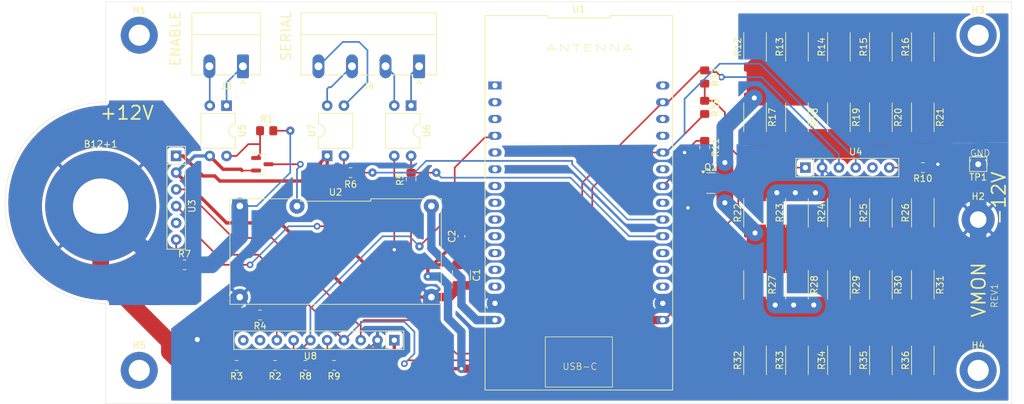
<source format=kicad_pcb>
(kicad_pcb (version 20240108) (generator "pcbnew") (generator_version "8.0")
  (layers (0 "F.Cu" signal) (31 "B.Cu" signal) (34 "B.Paste" user) (35 "F.Paste" user) (36 "B.SilkS" user "B.Silkscreen") (37 "F.SilkS" user "F.Silkscreen") (38 "B.Mask" user) (39 "F.Mask" user) (44 "Edge.Cuts" user))
  (net 0 "")
  (net 1 "+12VA")
  (net 2 "GND")
  (net 3 "+3V3")
  (net 8 "Net-(J3-Pin_1)")
  (net 9 "Net-(J3-Pin_2)")
  (net 10 "Net-(J4-Pin_2)")
  (net 11 "Net-(J4-Pin_3)")
  (net 12 "Net-(J4-Pin_4)")
  (net 13 "Net-(J4-Pin_1)")
  (net 14 "Net-(Q1-B)")
  (net 15 "Net-(Q1-C)")
  (net 16 "Net-(Q2-G)")
  (net 17 "Net-(Q2-D)")
  (net 18 "Net-(U8-AN0)")
  (net 19 "Net-(U8-AN1)")
  (net 20 "/MOSI")
  (net 21 "Net-(R6-Pad1)")
  (net 22 "/MISO")
  (net 23 "Net-(U3-SDO)")
  (net 24 "Net-(U1-D34)")
  (net 25 "Net-(U8-ADDR)")
  (net 26 "Net-(U4-SDO)")
  (net 27 "/SCL")
  (net 28 "/SDA")
  (net 30 "Net-(U1-VIN)")
  (footprint "Resistor_SMD:R_0805_2012Metric_Pad1.20x1.40mm_HandSolder" (layer "F.Cu") (at 62.738 108.458)
    (property "Reference" "R7")
    (property "Value" "430")
  )
  (footprint "mower_footprints:ESP32_WROOM_M1" (layer "F.Cu") (at 122.428 99.06 -90)
    (property "Reference" "U1")
    (property "Value" "~")
  )
  (footprint "Package_DIP:DIP-4_W7.62mm" (layer "F.Cu") (at 97.028 84.328 -90)
    (property "Reference" "U6")
    (property "Value" "PC817")
  )
  (footprint "Connector_Phoenix_MC_HighVoltage:PhoenixContact_MC_1,5_4-G-5.08_1x04_P5.08mm_Horizontal" (layer "F.Cu") (at 98.243 78.3705 180)
    (property "Reference" "J4")
    (property "Value" "Conn_01x04_Pin")
  )
  (footprint "Resistor_SMD:R_2512_6332Metric_Pad1.40x3.35mm_HandSolder" (layer "F.Cu") (at 149.098 75.434 90)
    (property "Reference" "R12")
    (property "Value" "1K0")
  )
  (footprint "Resistor_SMD:R_2512_6332Metric_Pad1.40x3.35mm_HandSolder" (layer "F.Cu") (at 155.448 100.584 90)
    (property "Reference" "R23")
    (property "Value" "1K0")
  )
  (footprint "Resistor_SMD:R_2512_6332Metric_Pad1.40x3.35mm_HandSolder" (layer "F.Cu") (at 168.148 122.934 90)
    (property "Reference" "R35")
    (property "Value" "1K0")
  )
  (footprint "Resistor_SMD:R_2512_6332Metric_Pad1.40x3.35mm_HandSolder" (layer "F.Cu") (at 161.798 100.584 90)
    (property "Reference" "R24")
    (property "Value" "1K0")
  )
  (footprint "Resistor_SMD:R_2512_6332Metric_Pad1.40x3.35mm_HandSolder" (layer "F.Cu") (at 168.148 86.104 -90)
    (property "Reference" "R20")
    (property "Value" "1K0")
  )
  (footprint "Resistor_SMD:R_0805_2012Metric_Pad1.20x1.40mm_HandSolder" (layer "F.Cu") (at 76.438 123.698 180)
    (property "Reference" "R2")
    (property "Value" "1M")
  )
  (footprint "Capacitor_SMD:C_1210_3225Metric_Pad1.33x2.70mm_HandSolder" (layer "F.Cu") (at 104.648 110.0205 -90)
    (property "Reference" "C1")
    (property "Value" "NF")
  )
  (footprint "Resistor_SMD:R_2512_6332Metric_Pad1.40x3.35mm_HandSolder" (layer "F.Cu") (at 149.098 100.584 90)
    (property "Reference" "R22")
    (property "Value" "1K0")
  )
  (footprint "Resistor_SMD:R_2512_6332Metric_Pad1.40x3.35mm_HandSolder" (layer "F.Cu") (at 174.498 86.104 -90)
    (property "Reference" "R21")
    (property "Value" "1K0")
  )
  (footprint "MountingHole:MountingHole_3.2mm_M3_DIN965_Pad_TopBottom" (layer "F.Cu") (at 55.88 73.66)
    (property "Reference" "H1")
    (property "Value" "MountingHole_Pad")
  )
  (footprint "Resistor_SMD:R_0805_2012Metric_Pad1.20x1.40mm_HandSolder" (layer "F.Cu") (at 141.478 79.994 -90)
    (property "Reference" "R37")
    (property "Value" "NF")
  )
  (footprint "Resistor_THT:R_Array_SIP6" (layer "F.Cu") (at 61.468 91.948 -90)
    (property "Reference" "U3")
    (property "Value" "~")
  )
  (footprint "MountingHole:MountingHole_3.2mm_M3_DIN965_Pad_TopBottom" (layer "F.Cu") (at 182.88 124.46)
    (property "Reference" "H4")
    (property "Value" "MountingHole_Pad")
  )
  (footprint "Resistor_SMD:R_2512_6332Metric_Pad1.40x3.35mm_HandSolder" (layer "F.Cu") (at 174.498 100.584 90)
    (property "Reference" "R26")
    (property "Value" "1K0")
  )
  (footprint "Resistor_SMD:R_0805_2012Metric_Pad1.20x1.40mm_HandSolder" (layer "F.Cu") (at 70.612 123.698 180)
    (property "Reference" "R3")
    (property "Value" "250K")
  )
  (footprint "Connector_Phoenix_MC_HighVoltage:PhoenixContact_MC_1,5_2-G-5.08_1x02_P5.08mm_Horizontal" (layer "F.Cu") (at 71.573 78.3705 180)
    (property "Reference" "J3")
    (property "Value" "Conn_01x02_Pin")
  )
  (footprint "Resistor_SMD:R_2512_6332Metric_Pad1.40x3.35mm_HandSolder" (layer "F.Cu") (at 161.798 122.934 90)
    (property "Reference" "R34")
    (property "Value" "1K0")
  )
  (footprint "Resistor_SMD:R_0805_2012Metric_Pad1.20x1.40mm_HandSolder" (layer "F.Cu") (at 85.36 123.698 180)
    (property "Reference" "R9")
    (property "Value" "NF")
  )
  (footprint "Resistor_SMD:R_2512_6332Metric_Pad1.40x3.35mm_HandSolder" (layer "F.Cu") (at 155.448 111.504 -90)
    (property "Reference" "R28")
    (property "Value" "1K0")
  )
  (footprint "Resistor_SMD:R_2512_6332Metric_Pad1.40x3.35mm_HandSolder" (layer "F.Cu") (at 168.148 111.504 -90)
    (property "Reference" "R30")
    (property "Value" "1K0")
  )
  (footprint "Resistor_SMD:R_2512_6332Metric_Pad1.40x3.35mm_HandSolder" (layer "F.Cu") (at 161.798 86.104 -90)
    (property "Reference" "R19")
    (property "Value" "1K0")
  )
  (footprint "Resistor_THT:R_Array_SIP6" (layer "F.Cu") (at 156.718 93.724)
    (property "Reference" "U4")
    (property "Value" "~")
  )
  (footprint "Resistor_SMD:R_2512_6332Metric_Pad1.40x3.35mm_HandSolder" (layer "F.Cu") (at 149.098 111.504 -90)
    (property "Reference" "R27")
    (property "Value" "1K0")
  )
  (footprint "Package_DIP:DIP-4_W7.62mm" (layer "F.Cu") (at 69.093 84.338 -90)
    (property "Reference" "U5")
    (property "Value" "PC817")
  )
  (footprint "mower_footprints:switcher_en" (layer "F.Cu") (at 85.598 106.4514 -90)
    (property "Reference" "U2")
    (property "Value" "~")
  )
  (footprint "Resistor_SMD:R_0805_2012Metric_Pad1.20x1.40mm_HandSolder" (layer "F.Cu") (at 75.168 88.138 180)
    (property "Reference" "R1")
    (property "Value" "1M")
  )
  (footprint "MountingHole:MountingHole_3.2mm_M3_DIN965_Pad_TopBottom" (layer "F.Cu") (at 182.88 73.66)
    (property "Reference" "H3")
    (property "Value" "MountingHole_Pad")
  )
  (footprint "MountingHole:MountingHole_2.5mm_Pad_TopBottom" (layer "F.Cu") (at 182.88 101.6)
    (property "Reference" "H2")
    (property "Value" "MountingHole_Pad")
  )
  (footprint "Resistor_SMD:R_0805_2012Metric_Pad1.20x1.40mm_HandSolder" (layer "F.Cu") (at 97.028 95.504 90)
    (property "Reference" "R5")
    (property "Value" "3K3")
  )
  (footprint "MountingHole:MountingHole_8.4mm_M8_Pad_TopBottom" (layer "F.Cu") (at 50.038 99.568)
    (property "Reference" "B12+1")
    (property "Value" "MountingHole_Pad")
  )
  (footprint "Resistor_THT:R_Array_SIP10" (layer "F.Cu") (at 94.488 119.888 180)
    (property "Reference" "U8")
    (property "Value" "~")
  )
  (footprint "Package_DIP:DIP-4_W7.62mm" (layer "F.Cu") (at 84.328 91.948 90)
    (property "Reference" "U7")
    (property "Value" "PC817")
  )
  (footprint "Resistor_SMD:R_2512_6332Metric_Pad1.40x3.35mm_HandSolder" (layer "F.Cu") (at 155.448 75.434 90)
    (property "Reference" "R13")
    (property "Value" "1K0")
  )
  (footprint "Resistor_SMD:R_2512_6332Metric_Pad1.40x3.35mm_HandSolder" (layer "F.Cu") (at 155.448 122.934 90)
    (property "Reference" "R33")
    (property "Value" "1K0")
  )
  (footprint "Resistor_SMD:R_2512_6332Metric_Pad1.40x3.35mm_HandSolder" (layer "F.Cu") (at 174.498 122.934 90)
    (property "Reference" "R36")
    (property "Value" "1K0")
  )
  (footprint "Package_TO_SOT_SMD:SOT-23" (layer "F.Cu") (at 142.4155 96.078)
    (property "Reference" "Q2")
    (property "Value" "SI2300DS")
  )
  (footprint "MountingHole:MountingHole_3.2mm_M3_DIN965_Pad_TopBottom" (layer "F.Cu") (at 55.88 124.46)
    (property "Reference" "H5")
    (property "Value" "MountingHole_Pad")
  )
  (footprint "Resistor_SMD:R_0805_2012Metric_Pad1.20x1.40mm_HandSolder" (layer "F.Cu") (at 141.478 90.678 -90)
    (property "Reference" "R11")
    (property "Value" "3K3")
  )
  (footprint "Resistor_SMD:R_2512_6332Metric_Pad1.40x3.35mm_HandSolder" (layer "F.Cu") (at 155.448 86.104 -90)
    (property "Reference" "R18")
    (property "Value" "1K0")
  )
  (footprint "Resistor_SMD:R_2512_6332Metric_Pad1.40x3.35mm_HandSolder" (layer "F.Cu") (at 168.148 100.584 90)
    (property "Reference" "R25")
    (property "Value" "1K0")
  )
  (footprint "Resistor_SMD:R_0805_2012Metric_Pad1.20x1.40mm_HandSolder" (layer "F.Cu") (at 74.168 116.078 180)
    (property "Reference" "R4")
    (property "Value" "250K")
  )
  (footprint "Capacitor_SMD:C_0603_1608Metric" (layer "F.Cu") (at 104.648 104.153 90)
    (property "Reference" "C2")
    (property "Value" "NF")
  )
  (footprint "Resistor_SMD:R_2512_6332Metric_Pad1.40x3.35mm_HandSolder" (layer "F.Cu") (at 161.798 75.434 90)
    (property "Reference" "R14")
    (property "Value" "1K0")
  )
  (footprint "Resistor_SMD:R_2512_6332Metric_Pad1.40x3.35mm_HandSolder" (layer "F.Cu") (at 161.798 111.504 -90)
    (property "Reference" "R29")
    (property "Value" "1K0")
  )
  (footprint "Package_TO_SOT_SMD:SOT-23" (layer "F.Cu") (at 74.5005 93.218)
    (property "Reference" "Q1" (hide yes))
    (property "Value" "BC847")
  )
  (footprint "Resistor_SMD:R_2512_6332Metric_Pad1.40x3.35mm_HandSolder" (layer "F.Cu") (at 168.148 75.434 90)
    (property "Reference" "R15")
    (property "Value" "1K0")
  )
  (footprint "Resistor_SMD:R_2512_6332Metric_Pad1.40x3.35mm_HandSolder" (layer "F.Cu") (at 149.098 86.104 -90)
    (property "Reference" "R17")
    (property "Value" "1K0")
  )
  (footprint "Resistor_SMD:R_2512_6332Metric_Pad1.40x3.35mm_HandSolder" (layer "F.Cu") (at 174.498 75.434 90)
    (property "Reference" "R16")
    (property "Value" "1K0")
  )
  (footprint "Resistor_SMD:R_0805_2012Metric_Pad1.20x1.40mm_HandSolder" (layer "F.Cu") (at 87.868 94.488)
    (property "Reference" "R6")
    (property "Value" "430")
  )
  (footprint "Resistor_SMD:R_2512_6332Metric_Pad1.40x3.35mm_HandSolder" (layer "F.Cu") (at 174.498 111.504 -90)
    (property "Reference" "R31")
    (property "Value" "1K0")
  )
  (footprint "Resistor_SMD:R_0805_2012Metric_Pad1.20x1.40mm_HandSolder" (layer "F.Cu") (at 141.478 84.598 -90)
    (property "Reference" "R38")
    (property "Value" "NF")
  )
  (footprint "Resistor_SMD:R_0805_2012Metric_Pad1.20x1.40mm_HandSolder" (layer "F.Cu") (at 81.026 123.698 180)
    (property "Reference" "R8")
    (property "Value" "3K3")
  )
  (footprint "Connector_Pin:Pin_D0.9mm_L10.0mm_W2.4mm_FlatFork" (layer "F.Cu") (at 182.88 93.218)
    (property "Reference" "TP1")
    (property "Value" "TestPoint")
  )
  (footprint "Resistor_SMD:R_0805_2012Metric_Pad1.20x1.40mm_HandSolder" (layer "F.Cu") (at 174.498 93.724 180)
    (property "Reference" "R10")
    (property "Value" "430")
  )
  (footprint "Resistor_SMD:R_2512_6332Metric_Pad1.40x3.35mm_HandSolder" (layer "F.Cu") (at 149.098 122.934 90)
    (property "Reference" "R32")
    (property "Value" "1K0")
  )
  (gr_line (start 187.96 68.58) (end 187.96 129.54) (stroke (width 0.05)) (layer "Edge.Cuts"))
  (gr_line (start 50.8 129.54) (end 50.8 114.3) (stroke (width 0.05)) (layer "Edge.Cuts"))
  (gr_arc (start 50.8 114.3) (mid 35.56 99.06) (end 50.8 83.82) (stroke (width 0.05)) (layer "Edge.Cuts"))
  (gr_line (start 187.96 129.54) (end 50.8 129.54) (stroke (width 0.05)) (layer "Edge.Cuts"))
  (gr_line (start 50.8 68.58) (end 187.96 68.58) (stroke (width 0.05)) (layer "Edge.Cuts"))
  (gr_line (start 50.8 83.82) (end 50.8 68.58) (stroke (width 0.05)) (layer "Edge.Cuts"))
  (gr_text "-12V" (at 187.198 102.616 90) (layer "F.SilkS") (effects (font (size 2.032 2.032) (thickness 0.254)) (justify left bottom)))
  (gr_text "REV1" (at 185.928 115.062 90) (layer "F.SilkS") (effects (font (size 1 1) (thickness 0.1)) (justify left bottom)))
  (gr_text "+12V" (at 49.784 86.614 0) (layer "F.SilkS") (effects (font (size 2.032 2.032) (thickness 0.254)) (justify left bottom)))
  (gr_text "GND" (at 181.58 92.118 0) (layer "F.SilkS") (effects (font (size 1 1) (thickness 0.1)) (justify left bottom)))
  (gr_text "VMON" (at 184.15 116.586 90) (layer "F.SilkS") (effects (font (size 2.032 2.032) (thickness 0.254)) (justify left bottom)))
  (gr_text "ENABLE" (at 62.23 78.486 90) (layer "F.SilkS") (effects (font (size 1.524 1.524) (thickness 0.1524)) (justify left bottom)))
  (gr_text "SERIAL" (at 78.994 77.724 90) (layer "F.SilkS") (effects (font (size 1.524 1.524) (thickness 0.1524)) (justify left bottom)))
  (segment (start 176.276 89.154) (end 174.498 89.154) (width 2.54) (layer "F.Cu") (net 1))
  (segment (start 149.098 89.154) (end 174.498 89.154) (width 2.54) (layer "F.Cu") (net 1))
  (segment (start 149.606 97.534) (end 152.4 97.534) (width 2.54) (layer "F.Cu") (net 1))
  (segment (start 144.433 123.029) (end 140.462 127) (width 2.54) (layer "F.Cu") (net 1))
  (segment (start 60.452 121.666) (end 65.786 127) (width 2.54) (layer "F.Cu") (net 1))
  (segment (start 140.462 127) (end 77.47 127) (width 2.54) (layer "F.Cu") (net 1))
  (segment (start 149.098 97.534) (end 149.606 97.534) (width 2.54) (layer "F.Cu") (net 1))
  (segment (start 77.47 127) (end 65.786 127) (width 2.54) (layer "F.Cu") (net 1))
  (segment (start 50.038 109.728) (end 60.452 120.142) (width 2.54) (layer "F.Cu") (net 1))
  (segment (start 149.352 114.554) (end 152.146 114.554) (width 2.54) (layer "F.Cu") (net 1))
  (segment (start 174.498 97.534) (end 177.294 97.534) (width 2.54) (layer "F.Cu") (net 1))
  (segment (start 179.07 95.758) (end 179.07 91.948) (width 2.54) (layer "F.Cu") (net 1))
  (segment (start 177.294 97.534) (end 179.07 95.758) (width 2.54) (layer "F.Cu") (net 1))
  (segment (start 50.038 109.728) (end 50.038 99.568) (width 2.54) (layer "F.Cu") (net 1))
  (segment (start 180.34 78.226) (end 180.34 85.09) (width 2.54) (layer "F.Cu") (net 1))
  (segment (start 152.146 114.554) (end 173.99 114.554) (width 2.54) (layer "F.Cu") (net 1))
  (segment (start 152.4 97.534) (end 174.498 97.534) (width 2.54) (layer "F.Cu") (net 1))
  (segment (start 77.438 123.698) (end 77.438 126.968) (width 0.254) (layer "F.Cu") (net 1))
  (segment (start 174.498 72.384) (end 180.34 78.226) (width 2.54) (layer "F.Cu") (net 1))
  (segment (start 179.07 91.948) (end 176.276 89.154) (width 2.54) (layer "F.Cu") (net 1))
  (segment (start 76.168 88.138) (end 78.74 88.138) (width 0.254) (layer "F.Cu") (net 1))
  (segment (start 149.098 119.884) (end 145.953 123.029) (width 2.54) (layer "F.Cu") (net 1))
  (segment (start 149.098 119.884) (end 149.352 119.884) (width 2.54) (layer "F.Cu") (net 1))
  (segment (start 145.953 123.029) (end 144.433 123.029) (width 2.54) (layer "F.Cu") (net 1))
  (segment (start 60.452 121.666) (end 60.452 120.142) (width 2.54) (layer "F.Cu") (net 1))
  (segment (start 173.99 114.554) (end 174.498 114.554) (width 2.54) (layer "F.Cu") (net 1))
  (segment (start 149.098 114.554) (end 149.352 114.554) (width 2.54) (layer "F.Cu") (net 1))
  (segment (start 149.352 119.884) (end 174.498 119.884) (width 2.54) (layer "F.Cu") (net 1))
  (segment (start 77.438 126.968) (end 77.47 127) (width 0.254) (layer "F.Cu") (net 1))
  (segment (start 149.098 119.884) (end 149.098 114.554) (width 2.54) (layer "F.Cu") (net 1))
  (segment (start 180.34 85.09) (end 176.276 89.154) (width 2.54) (layer "F.Cu") (net 1))
  (segment (start 149.098 72.384) (end 174.498 72.384) (width 2.54) (layer "F.Cu") (net 1))
  (via (at 78.74 88.138) (size 1.27) (drill 0.508) (layers "F.Cu" "B.Cu") (net 1))
  (via (at 154.94 114.554) (size 2.54) (drill 0.762) (layers "F.Cu" "B.Cu") (net 1))
  (via (at 152.4 97.534) (size 2.54) (drill 0.762) (layers "F.Cu" "B.Cu") (net 1))
  (via (at 152.146 114.554) (size 2.54) (drill 0.762) (layers "F.Cu" "B.Cu") (net 1))
  (via (at 155.194 97.536) (size 2.54) (drill 0.762) (layers "F.Cu" "B.Cu") (net 1))
  (via (at 158.242 97.536) (size 2.54) (drill 0.762) (layers "F.Cu" "B.Cu") (net 1))
  (via (at 157.988 114.554) (size 2.54) (drill 0.762) (layers "F.Cu" "B.Cu") (net 1))
  (segment (start 152.146 97.788) (end 152.4 97.534) (width 2.54) (layer "B.Cu") (net 1))
  (segment (start 58.928 108.458) (end 64.77 108.458) (width 2.54) (layer "B.Cu") (net 1))
  (segment (start 78.74 94.488) (end 73.6766 99.5514) (width 0.254) (layer "B.Cu") (net 1))
  (segment (start 73.6766 99.5514) (end 71.098 99.5514) (width 0.254) (layer "B.Cu") (net 1))
  (segment (start 58.928 108.458) (end 50.038 99.568) (width 2.54) (layer "B.Cu") (net 1))
  (segment (start 154.94 114.554) (end 157.988 114.554) (width 2.54) (layer "B.Cu") (net 1))
  (segment (start 71.098 104.162) (end 71.098 99.5514) (width 2.54) (layer "B.Cu") (net 1))
  (segment (start 152.146 114.554) (end 154.94 114.554) (width 2.54) (layer "B.Cu") (net 1))
  (segment (start 64.77 108.458) (end 66.802 108.458) (width 2.54) (layer "B.Cu") (net 1))
  (segment (start 155.194 97.536) (end 158.242 97.536) (width 2.54) (layer "B.Cu") (net 1))
  (segment (start 66.802 108.458) (end 71.098 104.162) (width 2.54) (layer "B.Cu") (net 1))
  (segment (start 152.4 97.534) (end 152.402 97.536) (width 2.54) (layer "B.Cu") (net 1))
  (segment (start 152.146 114.554) (end 152.146 97.788) (width 2.54) (layer "B.Cu") (net 1))
  (segment (start 78.74 88.138) (end 78.74 94.488) (width 0.254) (layer "B.Cu") (net 1))
  (segment (start 158.242 97.536) (end 158.496 97.536) (width 2.54) (layer "B.Cu") (net 1))
  (segment (start 152.402 97.536) (end 155.194 97.536) (width 2.54) (layer "B.Cu") (net 1))
  (segment (start 77.216 102.108) (end 88.4594 113.3514) (width 0.508) (layer "F.Cu") (net 2))
  (segment (start 138.938 111.506) (end 136.144 114.3) (width 1.27) (layer "F.Cu") (net 2))
  (segment (start 102.8796 113.3514) (end 104.648 111.583) (width 1.27) (layer "F.Cu") (net 2))
  (segment (start 94.488 106.172) (end 94.488 91.948) (width 0.254) (layer "F.Cu") (net 2))
  (segment (start 138.938 99.822) (end 138.938 111.506) (width 1.27) (layer "F.Cu") (net 2))
  (segment (start 68.3714 116.078) (end 64.6657 119.7837) (width 0.254) (layer "F.Cu") (net 2))
  (segment (start 176.784 93.726) (end 176.784 93.218) (width 0.508) (layer "F.Cu") (net 2))
  (segment (start 138.938 99.568) (end 138.938 99.822) (width 1.27) (layer "F.Cu") (net 2))
  (segment (start 73.168 116.078) (end 68.3714 116.078) (width 0.254) (layer "F.Cu") (net 2))
  (segment (start 71.252 93.98) (end 71.44 94.168) (width 0.508) (layer "F.Cu") (net 2))
  (segment (start 73.563 94.168) (end 71.44 94.168) (width 0.254) (layer "F.Cu") (net 2))
  (segment (start 88.138 123.698) (end 86.36 123.698) (width 0.254) (layer "F.Cu") (net 2))
  (segment (start 100.098 113.3514) (end 102.8796 113.3514) (width 1.27) (layer "F.Cu") (net 2))
  (segment (start 68.575 93.98) (end 71.252 93.98) (width 0.508) (layer "F.Cu") (net 2))
  (segment (start 61.468 94.488) (end 69.088 102.108) (width 0.508) (layer "F.Cu") (net 2))
  (segment (start 175.498 93.724) (end 176.782 93.724) (width 0.508) (layer "F.Cu") (net 2))
  (segment (start 104.648 111.583) (end 106.857 111.583) (width 0.508) (layer "F.Cu") (net 2))
  (segment (start 107.188 111.252) (end 107.188 104.394) (width 0.508) (layer "F.Cu") (net 2))
  (segment (start 88.4594 113.3514) (end 100.098 113.3514) (width 0.508) (layer "F.Cu") (net 2))
  (segment (start 73.168 116.078) (end 73.168 115.4214) (width 0.254) (layer "F.Cu") (net 2))
  (segment (start 106.172 103.378) (end 104.648 103.378) (width 0.508) (layer "F.Cu") (net 2))
  (segment (start 140.192 89.678) (end 138.43 91.44) (width 0.254) (layer "F.Cu") (net 2))
  (segment (start 69.088 102.108) (end 77.216 102.108) (width 0.508) (layer "F.Cu") (net 2))
  (segment (start 91.948 119.888) (end 88.138 123.698) (width 0.254) (layer "F.Cu") (net 2))
  (segment (start 66.553 91.958) (end 68.575 93.98) (width 0.508) (layer "F.Cu") (net 2))
  (segment (start 69.612 123.698) (end 66.04 120.126) (width 0.254) (layer "F.Cu") (net 2))
  (segment (start 136.144 114.3) (end 135.128 114.3) (width 1.27) (layer "F.Cu") (net 2))
  (segment (start 141.478 89.678) (end 140.192 89.678) (width 0.254) (layer "F.Cu") (net 2))
  (segment (start 176.782 93.724) (end 176.784 93.726) (width 0.508) (layer "F.Cu") (net 2))
  (segment (start 66.04 120.126) (end 65.008 120.126) (width 0.254) (layer "F.Cu") (net 2))
  (segment (start 106.857 111.583) (end 107.188 111.252) (width 0.508) (layer "F.Cu") (net 2))
  (segment (start 65.008 120.126) (end 64.6657 119.7837) (width 0.254) (layer "F.Cu") (net 2))
  (segment (start 141.478 97.028) (end 138.938 99.568) (width 1.27) (layer "F.Cu") (net 2))
  (segment (start 107.188 104.394) (end 106.172 103.378) (width 0.508) (layer "F.Cu") (net 2))
  (via (at 64.6657 119.7837) (size 2.54) (drill 0.762) (layers "F.Cu" "B.Cu") (net 2))
  (via (at 138.938 99.822) (size 1.27) (drill 0.508) (layers "F.Cu" "B.Cu") (net 2))
  (via (at 94.488 106.172) (size 1.27) (drill 0.508) (layers "F.Cu" "B.Cu") (net 2))
  (via (at 138.43 91.44) (size 1.27) (drill 0.508) (layers "F.Cu" "B.Cu") (net 2))
  (via (at 176.784 93.218) (size 1.016) (drill 0.508) (layers "F.Cu" "B.Cu") (net 2))
  (segment (start 182.88 101.6) (end 182.88 93.218) (width 2.54) (layer "B.Cu") (net 2))
  (segment (start 115.316 127) (end 100.076 127) (width 2.54) (layer "B.Cu") (net 2))
  (segment (start 182.88 115.062) (end 170.942 127) (width 2.54) (layer "B.Cu") (net 2))
  (segment (start 100.098 113.3514) (end 94.488 107.7414) (width 0.254) (layer "B.Cu") (net 2))
  (segment (start 63.246 92.964) (end 62.992 92.964) (width 0.508) (layer "B.Cu") (net 2))
  (segment (start 68.072 127) (end 63.373 122.301) (width 2.54) (layer "B.Cu") (net 2))
  (segment (start 160.784 95.25) (end 174.752 95.25) (width 0.254) (layer "B.Cu") (net 2))
  (segment (start 174.752 95.25) (end 176.784 93.218) (width 0.254) (layer "B.Cu") (net 2))
  (segment (start 139.192 116.078) (end 139.192 127) (width 2.54) (layer "B.Cu") (net 2))
  (segment (start 115.316 127) (end 139.192 127) (width 2.54) (layer "B.Cu") (net 2))
  (segment (start 109.728 114.3) (end 113.03 114.3) (width 2.54) (layer "B.Cu") (net 2))
  (segment (start 159.258 93.724) (end 160.784 95.25) (width 0.254) (layer "B.Cu") (net 2))
  (segment (start 64.6657 119.7837) (end 63.373 121.0764) (width 2.54) (layer "B.Cu") (net 2))
  (segment (start 66.553 91.958) (end 64.252 91.958) (width 0.508) (layer "B.Cu") (net 2))
  (segment (start 91.948 119.888) (end 91.948 127) (width 1.27) (layer "B.Cu") (net 2))
  (segment (start 100.076 127) (end 91.948 127) (width 2.54) (layer "B.Cu") (net 2))
  (segment (start 170.942 127) (end 139.192 127) (width 2.54) (layer "B.Cu") (net 2))
  (segment (start 135.128 114.3) (end 137.414 114.3) (width 2.54) (layer "B.Cu") (net 2))
  (segment (start 91.948 127) (end 68.072 127) (width 2.54) (layer "B.Cu") (net 2))
  (segment (start 94.488 107.7414) (end 94.488 106.172) (width 0.254) (layer "B.Cu") (net 2))
  (segment (start 100.098 113.3514) (end 100.098 126.978) (width 2.54) (layer "B.Cu") (net 2))
  (segment (start 137.414 114.3) (end 139.192 116.078) (width 2.54) (layer "B.Cu") (net 2))
  (segment (start 71.098 113.3514) (end 64.6657 119.7837) (width 2.54) (layer "B.Cu") (net 2))
  (segment (start 138.43 99.314) (end 138.938 99.822) (width 0.254) (layer "B.Cu") (net 2))
  (segment (start 138.43 91.44) (end 138.43 99.314) (width 0.254) (layer "B.Cu") (net 2))
  (segment (start 62.992 92.964) (end 61.468 94.488) (width 0.508) (layer "B.Cu") (net 2))
  (segment (start 100.098 126.978) (end 100.076 127) (width 2.54) (layer "B.Cu") (net 2))
  (segment (start 115.316 116.586) (end 115.316 127) (width 2.54) (layer "B.Cu") (net 2))
  (segment (start 113.03 114.3) (end 115.316 116.586) (width 2.54) (layer "B.Cu") (net 2))
  (segment (start 63.373 121.0764) (end 63.373 122.301) (width 2.54) (layer "B.Cu") (net 2))
  (segment (start 64.252 91.958) (end 63.246 92.964) (width 0.508) (layer "B.Cu") (net 2))
  (segment (start 182.88 101.6) (end 182.88 115.062) (width 2.54) (layer "B.Cu") (net 2))
  (segment (start 176.784 93.218) (end 182.88 93.218) (width 0.508) (layer "B.Cu") (net 2))
  (segment (start 135.128 116.84) (end 130.302 116.84) (width 1.27) (layer "F.Cu") (net 3))
  (segment (start 68.072 95.758) (end 81.534 95.758) (width 0.508) (layer "F.Cu") (net 3))
  (segment (start 94.488 123.19) (end 94.488 119.888) (width 0.508) (layer "F.Cu") (net 3))
  (segment (start 146.558 95.5) (end 146.558 100.584) (width 0.254) (layer "F.Cu") (net 3))
  (segment (start 148.334 93.724) (end 144.526 89.916) (width 0.254) (layer "F.Cu") (net 3))
  (segment (start 97.536 124.714) (end 94.996 124.714) (width 0.508) (layer "F.Cu") (net 3))
  (segment (start 142.24 104.902) (end 142.24 109.982) (width 0.254) (layer "F.Cu") (net 3))
  (segment (start 97.028 108.204) (end 89.916 108.204) (width 0.508) (layer "F.Cu") (net 3))
  (segment (start 144.526 85.344) (end 142.78 83.598) (width 0.254) (layer "F.Cu") (net 3))
  (segment (start 141.478 80.994) (end 141.478 83.598) (width 0.254) (layer "F.Cu") (net 3))
  (segment (start 93.98 123.698) (end 94.488 123.19) (width 0.508) (layer "F.Cu") (net 3))
  (segment (start 122.936 124.206) (end 130.302 116.84) (width 1.27) (layer "F.Cu") (net 3))
  (segment (start 98.044 124.206) (end 97.536 124.714) (width 0.508) (layer "F.Cu") (net 3))
  (segment (start 144.526 89.916) (end 144.526 85.344) (width 0.254) (layer "F.Cu") (net 3))
  (segment (start 84.328 102.616) (end 89.916 108.204) (width 0.508) (layer "F.Cu") (net 3))
  (segment (start 84.328 102.616) (end 82.804 102.616) (width 0.254) (layer "F.Cu") (net 3))
  (segment (start 94.996 124.714) (end 93.98 123.698) (width 0.508) (layer "F.Cu") (net 3))
  (segment (start 82.026 124.19) (end 82.804 124.968) (width 0.254) (layer "F.Cu") (net 3))
  (segment (start 142.24 109.982) (end 135.382 116.84) (width 0.254) (layer "F.Cu") (net 3))
  (segment (start 65.532 94.996) (end 67.31 94.996) (width 0.508) (layer "F.Cu") (net 3))
  (segment (start 91.44 124.968) (end 94.488 121.92) (width 0.254) (layer "F.Cu") (net 3))
  (segment (start 82.026 123.698) (end 82.026 124.19) (width 0.254) (layer "F.Cu") (net 3))
  (segment (start 83.312 93.98) (end 83.312 92.964) (width 0.508) (layer "F.Cu") (net 3))
  (segment (start 148.334 93.724) (end 146.558 95.5) (width 0.254) (layer "F.Cu") (net 3))
  (segment (start 104.648 108.458) (end 100.33 108.458) (width 0.508) (layer "F.Cu") (net 3))
  (segment (start 146.558 100.584) (end 142.24 104.902) (width 0.254) (layer "F.Cu") (net 3))
  (segment (start 97.028 96.504) (end 97.028 108.204) (width 0.254) (layer "F.Cu") (net 3))
  (segment (start 99.568 110.236) (end 99.568 108.458) (width 0.508) (layer "F.Cu") (net 3))
  (segment (start 94.488 121.92) (end 94.488 119.888) (width 0.254) (layer "F.Cu") (net 3))
  (segment (start 81.534 95.758) (end 83.312 93.98) (width 0.508) (layer "F.Cu") (net 3))
  (segment (start 104.648 124.206) (end 98.044 124.206) (width 0.508) (layer "F.Cu") (net 3))
  (segment (start 104.648 124.206) (end 122.936 124.206) (width 1.27) (layer "F.Cu") (net 3))
  (segment (start 67.31 94.996) (end 68.072 95.758) (width 0.508) (layer "F.Cu") (net 3))
  (segment (start 83.312 92.964) (end 84.328 91.948) (width 0.508) (layer "F.Cu") (net 3))
  (segment (start 135.382 116.84) (end 135.128 116.84) (width 0.254) (layer "F.Cu") (net 3))
  (segment (start 104.648 104.928) (end 103.86 104.928) (width 0.508) (layer "F.Cu") (net 3))
  (segment (start 99.035466 108.458) (end 98.781466 108.204) (width 0.508) (layer "F.Cu") (net 3))
  (segment (start 82.804 124.968) (end 91.44 124.968) (width 0.254) (layer "F.Cu") (net 3))
  (segment (start 103.86 104.928) (end 100.33 108.458) (width 0.508) (layer "F.Cu") (net 3))
  (segment (start 62.484 91.948) (end 65.532 94.996) (width 0.508) (layer "F.Cu") (net 3))
  (segment (start 61.468 91.948) (end 62.484 91.948) (width 0.508) (layer "F.Cu") (net 3))
  (segment (start 84.328 102.616) (end 84.328 91.948) (width 0.508) (layer "F.Cu") (net 3))
  (segment (start 63.738 108.458) (end 72.644 108.458) (width 0.254) (layer "F.Cu") (net 3))
  (segment (start 99.568 108.458) (end 99.035466 108.458) (width 0.508) (layer "F.Cu") (net 3))
  (segment (start 156.718 93.724) (end 148.334 93.724) (width 0.254) (layer "F.Cu") (net 3))
  (segment (start 98.781466 108.204) (end 97.028 108.204) (width 0.508) (layer "F.Cu") (net 3))
  (segment (start 142.78 83.598) (end 141.478 83.598) (width 0.254) (layer "F.Cu") (net 3))
  (segment (start 100.33 108.458) (end 99.568 108.458) (width 0.508) (layer "F.Cu") (net 3))
  (via (at 82.804 102.616) (size 1.016) (drill 0.508) (layers "F.Cu" "B.Cu") (net 3))
  (via (at 72.644 108.458) (size 1.016) (drill 0.508) (layers "F.Cu" "B.Cu") (net 3))
  (via (at 104.648 124.206) (size 1.27) (drill 0.508) (layers "F.Cu" "B.Cu") (net 3))
  (via (at 99.568 110.236) (size 1.27) (drill 0.508) (layers "F.Cu" "B.Cu") (net 3))
  (segment (start 102.616 116.586) (end 102.616 111.506) (width 1.27) (layer "B.Cu") (net 3))
  (segment (start 102.616 111.506) (end 101.346 110.236) (width 1.27) (layer "B.Cu") (net 3))
  (segment (start 104.648 124.206) (end 104.648 118.618) (width 1.27) (layer "B.Cu") (net 3))
  (segment (start 82.804 102.616) (end 78.486 102.616) (width 0.254) (layer "B.Cu") (net 3))
  (segment (start 101.346 110.236) (end 99.568 110.236) (width 1.27) (layer "B.Cu") (net 3))
  (segment (start 78.486 102.616) (end 72.644 108.458) (width 0.254) (layer "B.Cu") (net 3))
  (segment (start 104.648 118.618) (end 102.616 116.586) (width 1.27) (layer "B.Cu") (net 3))
  (segment (start 69.093 80.8505) (end 71.573 78.3705) (width 0.254) (layer "B.Cu") (net 8))
  (segment (start 69.093 84.338) (end 69.093 80.8505) (width 0.254) (layer "B.Cu") (net 8))
  (segment (start 66.553 78.4305) (end 66.493 78.3705) (width 0.254) (layer "B.Cu") (net 9))
  (segment (start 66.553 84.338) (end 66.553 78.4305) (width 0.254) (layer "B.Cu") (net 9))
  (segment (start 94.488 79.6955) (end 93.163 78.3705) (width 0.254) (layer "B.Cu") (net 10))
  (segment (start 94.488 84.328) (end 94.488 79.6955) (width 0.254) (layer "B.Cu") (net 10))
  (segment (start 84.9195 81.534) (end 84.582 81.534) (width 0.254) (layer "B.Cu") (net 11))
  (segment (start 84.582 81.534) (end 84.328 81.788) (width 0.254) (layer "B.Cu") (net 11))
  (segment (start 88.083 78.3705) (end 84.9195 81.534) (width 0.254) (layer "B.Cu") (net 11))
  (segment (start 84.328 81.788) (end 84.328 84.328) (width 0.254) (layer "B.Cu") (net 11))
  (segment (start 86.868 84.328) (end 90.424 80.772) (width 0.254) (layer "B.Cu") (net 12))
  (segment (start 90.424 75.946) (end 89.154 74.676) (width 0.254) (layer "B.Cu") (net 12))
  (segment (start 89.154 74.676) (end 86.6975 74.676) (width 0.254) (layer "B.Cu") (net 12))
  (segment (start 86.6975 74.676) (end 83.003 78.3705) (width 0.254) (layer "B.Cu") (net 12))
  (segment (start 90.424 80.772) (end 90.424 75.946) (width 0.254) (layer "B.Cu") (net 12))
  (segment (start 97.028 84.328) (end 97.028 79.5855) (width 0.254) (layer "B.Cu") (net 13))
  (segment (start 97.028 79.5855) (end 98.243 78.3705) (width 0.254) (layer "B.Cu") (net 13))
  (segment (start 74.168 88.138) (end 74.168 90.17) (width 0.254) (layer "F.Cu") (net 14))
  (segment (start 74.168 91.663) (end 73.563 92.268) (width 0.254) (layer "F.Cu") (net 14))
  (segment (start 70.602 91.958) (end 72.39 90.17) (width 0.254) (layer "F.Cu") (net 14))
  (segment (start 74.168 90.17) (end 74.168 91.663) (width 0.254) (layer "F.Cu") (net 14))
  (segment (start 69.093 91.958) (end 70.602 91.958) (width 0.254) (layer "F.Cu") (net 14))
  (segment (start 72.39 90.17) (end 74.168 90.17) (width 0.254) (layer "F.Cu") (net 14))
  (segment (start 75.438 93.218) (end 80.264 93.218) (width 0.254) (layer "F.Cu") (net 15))
  (via (at 80.264 93.218) (size 1.016) (drill 0.508) (layers "F.Cu" "B.Cu") (net 15))
  (segment (start 80.264 93.472) (end 79.756 93.98) (width 0.254) (layer "B.Cu") (net 15))
  (segment (start 79.756 93.98) (end 79.756 99.568) (width 0.254) (layer "B.Cu") (net 15))
  (segment (start 80.264 93.218) (end 80.264 93.472) (width 0.254) (layer "B.Cu") (net 15))
  (segment (start 141.478 92.842) (end 139.192 95.128) (width 0.254) (layer "F.Cu") (net 16))
  (segment (start 139.192 95.128) (end 136.52 95.128) (width 0.254) (layer "F.Cu") (net 16))
  (segment (start 136.52 95.128) (end 135.128 96.52) (width 0.254) (layer "F.Cu") (net 16))
  (segment (start 141.478 91.678) (end 141.478 92.842) (width 0.254) (layer "F.Cu") (net 16))
  (segment (start 141.478 95.128) (end 139.192 95.128) (width 0.254) (layer "F.Cu") (net 16))
  (segment (start 149.098 125.984) (end 174.498 125.984) (width 2.54) (layer "F.Cu") (net 17))
  (segment (start 179.578 120.904) (end 179.578 113.534) (width 2.54) (layer "F.Cu") (net 17))
  (segment (start 179.578 113.534) (end 174.498 108.454) (width 2.54) (layer "F.Cu") (net 17))
  (segment (start 149.098 78.484) (end 149.098 82.804) (width 2.54) (layer "F.Cu") (net 17))
  (segment (start 149.352 108.454) (end 174.498 108.454) (width 2.54) (layer "F.Cu") (net 17))
  (segment (start 144.526 96.266) (end 144.526 92.964) (width 2.54) (layer "F.Cu") (net 17))
  (segment (start 149.098 103.634) (end 149.606 103.634) (width 2.54) (layer "F.Cu") (net 17))
  (segment (start 144.526 99.062) (end 144.526 96.266) (width 2.54) (layer "F.Cu") (net 17))
  (segment (start 149.098 82.804) (end 149.098 83.054) (width 2.54) (layer "F.Cu") (net 17))
  (segment (start 149.606 103.634) (end 174.498 103.634) (width 2.54) (layer "F.Cu") (net 17))
  (segment (start 149.098 83.054) (end 174.498 83.054) (width 2.54) (layer "F.Cu") (net 17))
  (segment (start 174.498 125.984) (end 179.578 120.904) (width 2.54) (layer "F.Cu") (net 17))
  (segment (start 149.098 104.648) (end 149.098 108.454) (width 2.54) (layer "F.Cu") (net 17))
  (segment (start 149.098 108.454) (end 149.352 108.454) (width 2.54) (layer "F.Cu") (net 17))
  (segment (start 149.098 78.484) (end 174.498 78.484) (width 2.54) (layer "F.Cu") (net 17))
  (via (at 148.98475 83.17125) (size 2.54) (drill 0.762) (layers "F.Cu" "B.Cu") (net 17))
  (via (at 149.098 103.634) (size 2.54) (drill 0.762) (layers "F.Cu" "B.Cu") (net 17))
  (via (at 144.526 92.964) (size 2.54) (drill 0.762) (layers "F.Cu" "B.Cu") (net 17))
  (via (at 144.526 99.062) (size 2.54) (drill 0.762) (layers "F.Cu" "B.Cu") (net 17))
  (segment (start 144.526 87.63) (end 148.98475 83.17125) (width 2.54) (layer "B.Cu") (net 17))
  (segment (start 144.526 92.964) (end 144.526 87.63) (width 2.54) (layer "B.Cu") (net 17))
  (segment (start 149.098 103.634) (end 144.526 99.062) (width 2.54) (layer "B.Cu") (net 17))
  (segment (start 78.232 122.174) (end 73.914 122.174) (width 0.254) (layer "F.Cu") (net 18))
  (segment (start 79.248 121.158) (end 78.232 122.174) (width 0.254) (layer "F.Cu") (net 18))
  (segment (start 73.914 122.174) (end 73.406 122.682) (width 0.254) (layer "F.Cu") (net 18))
  (segment (start 73.406 122.682) (end 73.406 123.698) (width 0.254) (layer "F.Cu") (net 18))
  (segment (start 73.406 123.698) (end 74.962 123.698) (width 0.254) (layer "F.Cu") (net 18))
  (segment (start 79.248 119.888) (end 79.248 121.158) (width 0.254) (layer "F.Cu") (net 18))
  (segment (start 72.12 123.698) (end 73.406 123.698) (width 0.254) (layer "F.Cu") (net 18))
  (segment (start 76.708 119.888) (end 76.708 117.348) (width 0.2) (layer "F.Cu") (net 19))
  (segment (start 76.708 117.348) (end 75.438 116.078) (width 0.2) (layer "F.Cu") (net 19))
  (segment (start 97.028 91.948) (end 97.028 94.504) (width 0.254) (layer "F.Cu") (net 20))
  (segment (start 97.028 94.504) (end 100.822 94.504) (width 0.254) (layer "F.Cu") (net 20))
  (segment (start 100.822 94.504) (end 100.838 94.488) (width 0.254) (layer "F.Cu") (net 20))
  (via (at 100.838 94.488) (size 1.27) (drill 0.508) (layers "F.Cu" "B.Cu") (net 20))
  (segment (start 130.048 104.14) (end 135.128 104.14) (width 0.254) (layer "B.Cu") (net 20))
  (segment (start 121.158 95.25) (end 130.048 104.14) (width 0.254) (layer "B.Cu") (net 20))
  (segment (start 100.838 94.488) (end 101.6 95.25) (width 0.254) (layer "B.Cu") (net 20))
  (segment (start 101.6 95.25) (end 121.158 95.25) (width 0.254) (layer "B.Cu") (net 20))
  (segment (start 86.868 91.948) (end 86.868 94.488) (width 0.254) (layer "F.Cu") (net 21))
  (segment (start 91.186 94.488) (end 88.868 94.488) (width 0.254) (layer "F.Cu") (net 22))
  (via (at 91.186 94.488) (size 1.27) (drill 0.508) (layers "F.Cu" "B.Cu") (net 22))
  (segment (start 121.412 93.218) (end 121.412 92.71) (width 0.254) (layer "B.Cu") (net 22))
  (segment (start 129.794 101.6) (end 121.412 93.218) (width 0.254) (layer "B.Cu") (net 22))
  (segment (start 135.128 101.6) (end 129.794 101.6) (width 0.254) (layer "B.Cu") (net 22))
  (segment (start 121.412 92.71) (end 99.314 92.71) (width 0.254) (layer "B.Cu") (net 22))
  (segment (start 97.536 94.488) (end 91.186 94.488) (width 0.254) (layer "B.Cu") (net 22))
  (segment (start 99.314 92.71) (end 97.536 94.488) (width 0.254) (layer "B.Cu") (net 22))
  (segment (start 61.468 104.648) (end 61.468 108.188) (width 0.254) (layer "F.Cu") (net 23))
  (segment (start 61.468 108.188) (end 61.738 108.458) (width 0.254) (layer "F.Cu") (net 23))
  (segment (start 108.204 89.154) (end 103.632 93.726) (width 0.254) (layer "F.Cu") (net 24))
  (segment (start 103.632 100.33) (end 98.298 105.664) (width 0.254) (layer "F.Cu") (net 24))
  (segment (start 103.632 93.726) (end 103.632 100.33) (width 0.254) (layer "F.Cu") (net 24))
  (segment (start 109.474 89.154) (end 108.204 89.154) (width 0.254) (layer "F.Cu") (net 24))
  (segment (start 80.026 121.65) (end 81.788 119.888) (width 0.254) (layer "F.Cu") (net 24))
  (segment (start 109.728 88.9) (end 109.474 89.154) (width 0.254) (layer "F.Cu") (net 24))
  (segment (start 80.026 123.698) (end 80.026 121.65) (width 0.254) (layer "F.Cu") (net 24))
  (via (at 98.298 105.664) (size 1.27) (drill 0.508) (layers "F.Cu" "B.Cu") (net 24))
  (segment (start 96.774 104.14) (end 92.71 104.14) (width 0.254) (layer "B.Cu") (net 24))
  (segment (start 98.298 105.664) (end 96.774 104.14) (width 0.254) (layer "B.Cu") (net 24))
  (segment (start 92.71 104.14) (end 81.788 115.062) (width 0.254) (layer "B.Cu") (net 24))
  (segment (start 81.788 115.062) (end 81.788 119.888) (width 0.254) (layer "B.Cu") (net 24))
  (segment (start 84.36 123.698) (end 84.36 119.92) (width 0.254) (layer "F.Cu") (net 25))
  (segment (start 84.36 119.92) (end 84.328 119.888) (width 0.254) (layer "F.Cu") (net 25))
  (segment (start 173.498 93.724) (end 169.418 93.724) (width 0.254) (layer "F.Cu") (net 26))
  (segment (start 62.738 97.028) (end 70.104 104.394) (width 0.254) (layer "F.Cu") (net 27))
  (segment (start 89.916 116.84) (end 98.298 116.84) (width 0.254) (layer "F.Cu") (net 27))
  (segment (start 140.716 78.994) (end 141.478 78.994) (width 0.254) (layer "F.Cu") (net 27))
  (segment (start 143.764 80.01) (end 143.732 79.978) (width 0.254) (layer "F.Cu") (net 27))
  (segment (start 70.104 104.394) (end 75.946 104.394) (width 0.254) (layer "F.Cu") (net 27))
  (segment (start 98.298 116.84) (end 102.87 121.412) (width 0.254) (layer "F.Cu") (net 27))
  (segment (start 75.946 104.394) (end 89.154 117.602) (width 0.254) (layer "F.Cu") (net 27))
  (segment (start 141.478 78.994) (end 141.732 79.248) (width 0.254) (layer "F.Cu") (net 27))
  (segment (start 141.732 79.248) (end 143.256 79.248) (width 0.254) (layer "F.Cu") (net 27))
  (segment (start 89.154 117.602) (end 89.916 116.84) (width 0.254) (layer "F.Cu") (net 27))
  (segment (start 103.378 121.412) (end 103.886 121.92) (width 0.254) (layer "F.Cu") (net 27))
  (segment (start 102.87 121.412) (end 103.378 121.412) (width 0.254) (layer "F.Cu") (net 27))
  (segment (start 144.018 80.01) (end 143.764 80.01) (width 0.254) (layer "F.Cu") (net 27))
  (segment (start 135.128 83.82) (end 135.89 83.82) (width 0.254) (layer "F.Cu") (net 27))
  (segment (start 122.936 113.792) (end 122.936 96.012) (width 0.254) (layer "F.Cu") (net 27))
  (segment (start 114.808 121.92) (end 122.936 113.792) (width 0.254) (layer "F.Cu") (net 27))
  (segment (start 89.154 117.602) (end 89.408 117.602) (width 0.254) (layer "F.Cu") (net 27))
  (segment (start 135.89 83.82) (end 140.716 78.994) (width 0.254) (layer "F.Cu") (net 27))
  (segment (start 103.886 121.92) (end 114.808 121.92) (width 0.254) (layer "F.Cu") (net 27))
  (segment (start 122.936 96.012) (end 135.128 83.82) (width 0.254) (layer "F.Cu") (net 27))
  (segment (start 61.468 97.028) (end 62.738 97.028) (width 0.254) (layer "F.Cu") (net 27))
  (segment (start 89.408 117.602) (end 89.408 119.888) (width 0.254) (layer "F.Cu") (net 27))
  (segment (start 143.256 79.248) (end 144.018 80.01) (width 0.254) (layer "F.Cu") (net 27))
  (via (at 144.018 80.01) (size 1.016) (drill 0.508) (layers "F.Cu" "B.Cu") (net 27))
  (segment (start 161.798 93.724) (end 161.798 91.694) (width 0.254) (layer "B.Cu") (net 27))
  (segment (start 161.798 91.694) (end 150.114 80.01) (width 0.254) (layer "B.Cu") (net 27))
  (segment (start 150.114 80.01) (end 144.018 80.01) (width 0.254) (layer "B.Cu") (net 27))
  (segment (start 129.794 91.44) (end 124.46 96.774) (width 0.254) (layer "F.Cu") (net 28))
  (segment (start 63.246 101.346) (end 61.468 99.568) (width 0.254) (layer "F.Cu") (net 28))
  (segment (start 86.868 119.888) (end 73.914 106.934) (width 0.254) (layer "F.Cu") (net 28))
  (segment (start 63.754 103.124) (end 63.754 101.346) (width 0.254) (layer "F.Cu") (net 28))
  (segment (start 135.128 91.44) (end 135.636 91.44) (width 0.254) (layer "F.Cu") (net 28))
  (segment (start 73.914 106.934) (end 67.564 106.934) (width 0.254) (layer "F.Cu") (net 28))
  (segment (start 135.636 91.44) (end 141.478 85.598) (width 0.254) (layer "F.Cu") (net 28))
  (segment (start 67.564 106.934) (end 63.754 103.124) (width 0.254) (layer "F.Cu") (net 28))
  (segment (start 135.128 91.44) (end 129.794 91.44) (width 0.254) (layer "F.Cu") (net 28))
  (segment (start 96.52 122.936) (end 96.012 123.444) (width 0.254) (layer "F.Cu") (net 28))
  (segment (start 63.754 101.346) (end 63.246 101.346) (width 0.254) (layer "F.Cu") (net 28))
  (segment (start 124.46 114.554) (end 116.078 122.936) (width 0.254) (layer "F.Cu") (net 28))
  (segment (start 116.078 122.936) (end 96.52 122.936) (width 0.254) (layer "F.Cu") (net 28))
  (segment (start 124.46 96.774) (end 124.46 114.554) (width 0.254) (layer "F.Cu") (net 28))
  (via (at 96.012 123.444) (size 1.016) (drill 0.508) (layers "F.Cu" "B.Cu") (net 28))
  (segment (start 149.86 77.978) (end 164.338 92.456) (width 0.254) (layer "B.Cu") (net 28))
  (segment (start 143.764 77.978) (end 138.43 83.312) (width 0.254) (layer "B.Cu") (net 28))
  (segment (start 135.636 91.44) (end 135.128 91.44) (width 0.254) (layer "B.Cu") (net 28))
  (segment (start 96.012 123.444) (end 97.536 121.92) (width 0.254) (layer "B.Cu") (net 28))
  (segment (start 143.764 77.978) (end 149.86 77.978) (width 0.254) (layer "B.Cu") (net 28))
  (segment (start 164.338 93.724) (end 164.338 92.456) (width 0.254) (layer "B.Cu") (net 28))
  (segment (start 138.43 88.646) (end 135.636 91.44) (width 0.254) (layer "B.Cu") (net 28))
  (segment (start 97.536 121.92) (end 97.536 118.618) (width 0.254) (layer "B.Cu") (net 28))
  (segment (start 97.536 118.618) (end 96.012 117.094) (width 0.254) (layer "B.Cu") (net 28))
  (segment (start 96.012 117.094) (end 89.408 117.094) (width 0.254) (layer "B.Cu") (net 28))
  (segment (start 89.408 117.094) (end 89.408 117.348) (width 0.254) (layer "B.Cu") (net 28))
  (segment (start 89.408 117.348) (end 86.868 119.888) (width 0.254) (layer "B.Cu") (net 28))
  (segment (start 138.43 83.312) (end 138.43 88.646) (width 0.254) (layer "B.Cu") (net 28))
  (segment (start 100.098 105.94) (end 100.098 99.5514) (width 1.27) (layer "B.Cu") (net 30))
  (segment (start 109.728 116.84) (end 106.934 116.84) (width 1.27) (layer "B.Cu") (net 30))
  (segment (start 106.934 116.84) (end 104.648 114.554) (width 1.27) (layer "B.Cu") (net 30))
  (segment (start 104.648 110.49) (end 100.098 105.94) (width 1.27) (layer "B.Cu") (net 30))
  (segment (start 104.648 114.554) (end 104.648 110.49) (width 1.27) (layer "B.Cu") (net 30))
  (zone (net 17) (net_name "Net-(Q2-D)") (layer "F.Cu") (priority 1) (connect_pads (clearance 0.5)) (min_thickness 0.25) (fill yes (thermal_gap 0.5) (thermal_bridge_width 0.5))
    (polygon (pts (xy 150.368 104.14) (xy 175.006 104.14) (xy 175.006 108.458) (xy 149.606 108.204) (xy 149.86 107.95) (xy 149.86 104.394)))
  )
  (zone (net 1) (net_name "+12VA") (layer "F.Cu") (priority 6) (connect_pads (clearance 0.5)) (min_thickness 0.25) (fill yes (thermal_gap 0.5) (thermal_bridge_width 0.5))
    (polygon (pts (xy 148.336 89.154) (xy 176.022 89.154) (xy 176.022 97.028) (xy 148.336 97.028)))
  )
  (zone (net 1) (net_name "+12VA") (layer "F.Cu") (priority 3) (connect_pads (clearance 0.5)) (min_thickness 0.25) (fill yes (thermal_gap 0.5) (thermal_bridge_width 0.5))
    (polygon (pts (xy 59.436 83.566) (xy 59.182 114.554) (xy 34.798 114.554) (xy 35.56 83.566)))
  )
  (zone (net 1) (net_name "+12VA") (layer "F.Cu") (connect_pads (clearance 0.5)) (min_thickness 0.25) (fill yes (thermal_gap 0.5) (thermal_bridge_width 0.5))
    (polygon (pts (xy 149.098 114.554) (xy 175.26 114.554) (xy 175.26 119.634) (xy 148.59 119.634)))
  )
  (zone (net 17) (net_name "Net-(Q2-D)") (layer "F.Cu") (priority 2) (connect_pads (clearance 0.5)) (min_thickness 0.25) (fill yes (thermal_gap 0.5) (thermal_bridge_width 0.5))
    (polygon (pts (xy 175.006 78.486) (xy 175.006 82.804) (xy 149.352 83.058) (xy 149.352 78.486)))
  )
  (zone (net 1) (net_name "+12VA") (layer "B.Cu") (priority 4) (connect_pads (clearance 0.5)) (min_thickness 0.25) (fill yes (thermal_gap 0.5) (thermal_bridge_width 0.5))
    (polygon (pts (xy 35.56 83.566) (xy 34.798 114.554) (xy 65.278 114.554) (xy 65.278 90.678) (xy 59.436 83.566)))
  )
  (zone (net 2) (net_name "GND") (layer "B.Cu") (priority 5) (connect_pads (clearance 0.5)) (min_thickness 0.25) (fill yes (thermal_gap 0.5) (thermal_bridge_width 0.5))
    (polygon (pts (xy 69.596 111.252) (xy 60.706 118.11) (xy 60.706 129.54) (xy 187.96 129.54) (xy 187.96 89.916) (xy 103.632 90.424) (xy 98.552 92.964) (xy 69.85 92.964)))
  )
  (zone (net 2) (net_name "GND") (layer "B.Cu") (priority 7) (connect_pads (clearance 0.5)) (min_thickness 0.25) (fill yes (thermal_gap 0.5) (thermal_bridge_width 0.5))
    (polygon (pts (xy 146.558 90.424) (xy 146.558 70.358) (xy 187.452 70.358) (xy 187.96 89.916)))
  )
)
</source>
